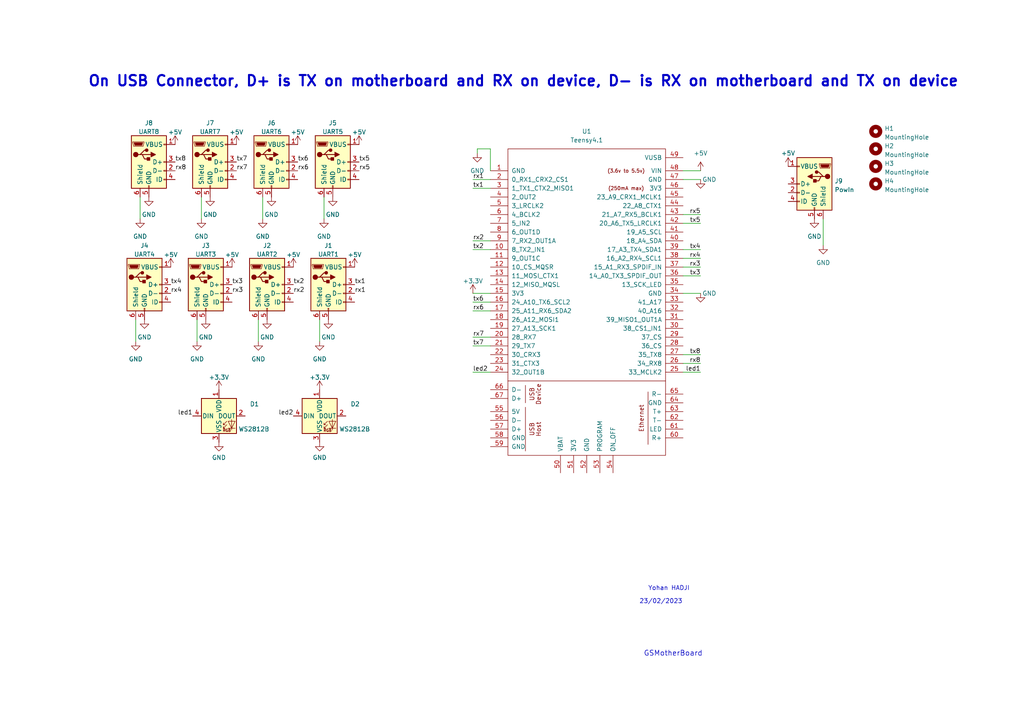
<source format=kicad_sch>
(kicad_sch (version 20211123) (generator eeschema)
  (paper "A4")
  (lib_symbols
    (symbol "Connector:USB_B_Micro" (pin_names (offset 1.016))
      (property "Reference" "J" (at -5.08 11.43 0))
      (property "Value" "USB_B_Micro" (at -5.08 8.89 0))
      (symbol "USB_B_Micro_0_1"
        (rectangle (start -5.08 -7.62) (end 5.08 7.62) (stroke (width 0.254)) (fill (type background)))
        (circle (center -3.81 2.159) (radius 0.635) (stroke (width 0.254)) (fill (type outline)))
        (circle (center -0.635 3.429) (radius 0.381) (stroke (width 0.254)) (fill (type outline)))
        (rectangle (start -0.127 -7.62) (end 0.127 -6.858))
        (polyline (pts (xy -1.905 2.159) (xy 0.635 2.159)) (stroke (width 0.254)))
        (polyline (pts (xy -3.175 2.159) (xy -2.54 2.159) (xy -1.27 3.429) (xy -0.635 3.429)) (stroke (width 0.254)))
        (polyline (pts (xy -2.54 2.159) (xy -1.905 2.159) (xy -1.27 0.889) (xy 0 0.889)) (stroke (width 0.254)))
        (polyline (pts (xy 0.635 2.794) (xy 0.635 1.524) (xy 1.905 2.159) (xy 0.635 2.794)) (stroke (width 0.254)) (fill (type outline)))
        (polyline (pts (xy -4.318 5.588) (xy -1.778 5.588) (xy -2.032 4.826) (xy -4.064 4.826) (xy -4.318 5.588)) (fill (type outline)))
        (polyline (pts (xy -4.699 5.842) (xy -4.699 5.588) (xy -4.445 4.826) (xy -4.445 4.572) (xy -1.651 4.572) (xy -1.651 4.826) (xy -1.397 5.588) (xy -1.397 5.842) (xy -4.699 5.842)))
        (rectangle (start 0.254 1.27) (end -0.508 0.508) (stroke (width 0.254)) (fill (type outline)))
        (rectangle (start 5.08 -5.207) (end 4.318 -4.953))
        (rectangle (start 5.08 -2.667) (end 4.318 -2.413))
        (rectangle (start 5.08 -0.127) (end 4.318 0.127))
        (rectangle (start 5.08 4.953) (end 4.318 5.207))
      )
      (symbol "USB_B_Micro_1_1"
        (pin power_out line (at 7.62 5.08 180) (length 2.54) (name "VBUS") (number "1"))
        (pin bidirectional line (at 7.62 -2.54 180) (length 2.54) (name "D-") (number "2"))
        (pin bidirectional line (at 7.62 0 180) (length 2.54) (name "D+") (number "3"))
        (pin passive line (at 7.62 -5.08 180) (length 2.54) (name "ID") (number "4"))
        (pin power_out line (at 0 -10.16 90) (length 2.54) (name "GND") (number "5"))
        (pin passive line (at -2.54 -10.16 90) (length 2.54) (name "Shield") (number "6"))
      )
    )
    (symbol "LED:WS2812B" (pin_names (offset 0.254))
      (property "Reference" "D" (at 5.08 5.715 0))
      (property "Value" "WS2812B" (at 1.27 -5.715 0))
      (symbol "WS2812B_0_0"
        (text "RGB" (at 2.286 -4.191 0) (effects (font (size 0.762 0.762))))
      )
      (symbol "WS2812B_0_1"
        (polyline (pts (xy 1.27 -3.556) (xy 1.778 -3.556)))
        (polyline (pts (xy 1.27 -2.54) (xy 1.778 -2.54)))
        (polyline (pts (xy 4.699 -3.556) (xy 2.667 -3.556)))
        (polyline (pts (xy 2.286 -2.54) (xy 1.27 -3.556) (xy 1.27 -3.048)))
        (polyline (pts (xy 2.286 -1.524) (xy 1.27 -2.54) (xy 1.27 -2.032)))
        (polyline (pts (xy 3.683 -1.016) (xy 3.683 -3.556) (xy 3.683 -4.064)))
        (polyline (pts (xy 4.699 -1.524) (xy 2.667 -1.524) (xy 3.683 -3.556) (xy 4.699 -1.524)))
        (rectangle (start 5.08 5.08) (end -5.08 -5.08) (stroke (width 0.254)) (fill (type background)))
      )
      (symbol "WS2812B_1_1"
        (pin power_in line (at 0 7.62 270) (length 2.54) (name "VDD") (number "1"))
        (pin output line (at 7.62 0 180) (length 2.54) (name "DOUT") (number "2"))
        (pin power_in line (at 0 -7.62 90) (length 2.54) (name "VSS") (number "3"))
        (pin input line (at -7.62 0 0) (length 2.54) (name "DIN") (number "4"))
      )
    )
    (symbol "Mechanical:MountingHole" (pin_names (offset 1.016))
      (property "Reference" "H" (at 0 5.08 0))
      (property "Value" "MountingHole" (at 0 3.175 0))
      (symbol "MountingHole_0_1"
        (circle (center 0 0) (radius 1.27) (stroke (width 1.27)))
      )
    )
    (symbol "power:+3.3V" (power) (pin_names (offset 0))
      (property "Value" "+3.3V" (at 0 3.556 0))
      (symbol "+3.3V_0_1"
        (polyline (pts (xy -0.762 1.27) (xy 0 2.54)))
        (polyline (pts (xy 0 0) (xy 0 2.54)))
        (polyline (pts (xy 0 2.54) (xy 0.762 1.27)))
      )
      (symbol "+3.3V_1_1"
        (pin power_in line (at 0 0 90) (length 0) hide (name "+3.3V") (number "1"))
      )
    )
    (symbol "power:+5V" (power) (pin_names (offset 0))
      (property "Value" "+5V" (at 0 3.556 0))
      (symbol "+5V_0_1"
        (polyline (pts (xy -0.762 1.27) (xy 0 2.54)))
        (polyline (pts (xy 0 0) (xy 0 2.54)))
        (polyline (pts (xy 0 2.54) (xy 0.762 1.27)))
      )
      (symbol "+5V_1_1"
        (pin power_in line (at 0 0 90) (length 0) hide (name "+5V") (number "1"))
      )
    )
    (symbol "power:GND" (power) (pin_names (offset 0))
      (property "Value" "GND" (at 0 -3.81 0))
      (symbol "GND_0_1"
        (polyline (pts (xy 0 0) (xy 0 -1.27) (xy 1.27 -1.27) (xy 0 -2.54) (xy -1.27 -1.27) (xy 0 -1.27)))
      )
      (symbol "GND_1_1"
        (pin power_in line (at 0 0 270) (length 0) hide (name "GND") (number "1"))
      )
    )
    (symbol "teensy:Teensy4.1" (pin_names (offset 1.016))
      (property "Reference" "U" (at 0 64.77 0))
      (property "Value" "Teensy4.1" (at 0 62.23 0))
      (symbol "Teensy4.1_0_0"
        (polyline (pts (xy -22.86 -6.35) (xy 22.86 -6.35)))
        (polyline (pts (xy -17.78 -26.67) (xy -17.78 -13.97)))
        (polyline (pts (xy -17.78 -7.62) (xy -17.78 -12.7)))
        (polyline (pts (xy 17.78 -9.525) (xy 17.78 -24.765)))
        (text "(250mA max)" (at 11.43 49.53 0) (effects (font (size 1.016 1.016))))
        (text "(3.6v to 5.5v)" (at 11.43 54.61 0) (effects (font (size 1.016 1.016))))
        (text "Device" (at -13.97 -10.16 900) (effects (font (size 1.27 1.27))))
        (text "Ethernet" (at 15.875 -17.145 900) (effects (font (size 1.27 1.27))))
        (text "Host" (at -13.97 -20.32 900) (effects (font (size 1.27 1.27))))
        (text "USB" (at -15.875 -20.32 900) (effects (font (size 1.27 1.27))))
        (text "USB" (at -15.875 -10.16 900) (effects (font (size 1.27 1.27))))
        (pin bidirectional line (at -27.94 31.75 0) (length 5.08) (name "8_TX2_IN1") (number "10"))
        (pin bidirectional line (at -27.94 29.21 0) (length 5.08) (name "9_OUT1C") (number "11"))
        (pin bidirectional line (at -27.94 26.67 0) (length 5.08) (name "10_CS_MQSR") (number "12"))
        (pin bidirectional line (at -27.94 24.13 0) (length 5.08) (name "11_MOSI_CTX1") (number "13"))
        (pin bidirectional line (at -27.94 21.59 0) (length 5.08) (name "12_MISO_MQSL") (number "14"))
        (pin power_in line (at -27.94 19.05 0) (length 5.08) (name "3V3") (number "15"))
        (pin bidirectional line (at -27.94 16.51 0) (length 5.08) (name "24_A10_TX6_SCL2") (number "16"))
        (pin bidirectional line (at -27.94 13.97 0) (length 5.08) (name "25_A11_RX6_SDA2") (number "17"))
        (pin bidirectional line (at -27.94 11.43 0) (length 5.08) (name "26_A12_MOSI1") (number "18"))
        (pin bidirectional line (at -27.94 8.89 0) (length 5.08) (name "27_A13_SCK1") (number "19"))
        (pin bidirectional line (at -27.94 6.35 0) (length 5.08) (name "28_RX7") (number "20"))
        (pin bidirectional line (at -27.94 3.81 0) (length 5.08) (name "29_TX7") (number "21"))
        (pin bidirectional line (at -27.94 1.27 0) (length 5.08) (name "30_CRX3") (number "22"))
        (pin bidirectional line (at -27.94 -1.27 0) (length 5.08) (name "31_CTX3") (number "23"))
        (pin bidirectional line (at -27.94 -3.81 0) (length 5.08) (name "32_OUT1B") (number "24"))
        (pin bidirectional line (at 27.94 -3.81 180) (length 5.08) (name "33_MCLK2") (number "25"))
        (pin bidirectional line (at 27.94 -1.27 180) (length 5.08) (name "34_RX8") (number "26"))
        (pin bidirectional line (at 27.94 1.27 180) (length 5.08) (name "35_TX8") (number "27"))
        (pin bidirectional line (at 27.94 3.81 180) (length 5.08) (name "36_CS") (number "28"))
        (pin bidirectional line (at 27.94 6.35 180) (length 5.08) (name "37_CS") (number "29"))
        (pin bidirectional line (at 27.94 8.89 180) (length 5.08) (name "38_CS1_IN1") (number "30"))
        (pin bidirectional line (at 27.94 11.43 180) (length 5.08) (name "39_MISO1_OUT1A") (number "31"))
        (pin bidirectional line (at 27.94 13.97 180) (length 5.08) (name "40_A16") (number "32"))
        (pin bidirectional line (at 27.94 16.51 180) (length 5.08) (name "41_A17") (number "33"))
        (pin bidirectional line (at 27.94 21.59 180) (length 5.08) (name "13_SCK_LED") (number "35"))
        (pin bidirectional line (at 27.94 24.13 180) (length 5.08) (name "14_A0_TX3_SPDIF_OUT") (number "36"))
        (pin bidirectional line (at 27.94 26.67 180) (length 5.08) (name "15_A1_RX3_SPDIF_IN") (number "37"))
        (pin bidirectional line (at 27.94 29.21 180) (length 5.08) (name "16_A2_RX4_SCL1") (number "38"))
        (pin bidirectional line (at 27.94 31.75 180) (length 5.08) (name "17_A3_TX4_SDA1") (number "39"))
        (pin bidirectional line (at 27.94 34.29 180) (length 5.08) (name "18_A4_SDA") (number "40"))
        (pin bidirectional line (at 27.94 36.83 180) (length 5.08) (name "19_A5_SCL") (number "41"))
        (pin bidirectional line (at 27.94 39.37 180) (length 5.08) (name "20_A6_TX5_LRCLK1") (number "42"))
        (pin bidirectional line (at 27.94 41.91 180) (length 5.08) (name "21_A7_RX5_BCLK1") (number "43"))
        (pin bidirectional line (at 27.94 44.45 180) (length 5.08) (name "22_A8_CTX1") (number "44"))
        (pin bidirectional line (at 27.94 46.99 180) (length 5.08) (name "23_A9_CRX1_MCLK1") (number "45"))
        (pin output line (at 27.94 49.53 180) (length 5.08) (name "3V3") (number "46"))
        (pin output line (at 27.94 52.07 180) (length 5.08) (name "GND") (number "47"))
        (pin power_in line (at 27.94 54.61 180) (length 5.08) (name "VIN") (number "48"))
        (pin power_out line (at 27.94 58.42 180) (length 5.08) (name "VUSB") (number "49"))
        (pin bidirectional line (at -27.94 44.45 0) (length 5.08) (name "3_LRCLK2") (number "5"))
        (pin power_in line (at -7.62 -33.02 90) (length 5.08) (name "VBAT") (number "50"))
        (pin power_in line (at -3.81 -33.02 90) (length 5.08) (name "3V3") (number "51"))
        (pin input line (at 0 -33.02 90) (length 5.08) (name "GND") (number "52"))
        (pin input line (at 3.81 -33.02 90) (length 5.08) (name "PROGRAM") (number "53"))
        (pin input line (at 7.62 -33.02 90) (length 5.08) (name "ON_OFF") (number "54"))
        (pin power_out line (at -27.94 -15.24 0) (length 5.08) (name "5V") (number "55"))
        (pin bidirectional line (at -27.94 -17.78 0) (length 5.08) (name "D-") (number "56"))
        (pin bidirectional line (at -27.94 -20.32 0) (length 5.08) (name "D+") (number "57"))
        (pin power_in line (at -27.94 -22.86 0) (length 5.08) (name "GND") (number "58"))
        (pin power_in line (at -27.94 -25.4 0) (length 5.08) (name "GND") (number "59"))
        (pin bidirectional line (at -27.94 41.91 0) (length 5.08) (name "4_BCLK2") (number "6"))
        (pin bidirectional line (at 27.94 -22.86 180) (length 5.08) (name "R+") (number "60"))
        (pin bidirectional line (at 27.94 -20.32 180) (length 5.08) (name "LED") (number "61"))
        (pin bidirectional line (at 27.94 -17.78 180) (length 5.08) (name "T-") (number "62"))
        (pin bidirectional line (at 27.94 -15.24 180) (length 5.08) (name "T+") (number "63"))
        (pin power_in line (at 27.94 -12.7 180) (length 5.08) (name "GND") (number "64"))
        (pin bidirectional line (at 27.94 -10.16 180) (length 5.08) (name "R-") (number "65"))
        (pin bidirectional line (at -27.94 -8.89 0) (length 5.08) (name "D-") (number "66"))
        (pin bidirectional line (at -27.94 -11.43 0) (length 5.08) (name "D+") (number "67"))
        (pin bidirectional line (at -27.94 39.37 0) (length 5.08) (name "5_IN2") (number "7"))
        (pin bidirectional line (at -27.94 36.83 0) (length 5.08) (name "6_OUT1D") (number "8"))
        (pin bidirectional line (at -27.94 34.29 0) (length 5.08) (name "7_RX2_OUT1A") (number "9"))
      )
      (symbol "Teensy4.1_0_1"
        (rectangle (start -22.86 60.96) (end 22.86 -27.94))
        (rectangle (start -20.32 -1.27) (end -20.32 -1.27))
      )
      (symbol "Teensy4.1_1_1"
        (pin power_in line (at -27.94 54.61 0) (length 5.08) (name "GND") (number "1"))
        (pin bidirectional line (at -27.94 52.07 0) (length 5.08) (name "0_RX1_CRX2_CS1") (number "2"))
        (pin bidirectional line (at -27.94 49.53 0) (length 5.08) (name "1_TX1_CTX2_MISO1") (number "3"))
        (pin power_in line (at 27.94 19.05 180) (length 5.08) (name "GND") (number "34"))
        (pin bidirectional line (at -27.94 46.99 0) (length 5.08) (name "2_OUT2") (number "4"))
      )
    )
  )
  (wire (pts (xy 58.42 63.5) (xy 58.42 57.15)))
  (wire (pts (xy 57.15 99.06) (xy 57.15 92.71)))
  (wire (pts (xy 203.2 72.39) (xy 198.12 72.39)))
  (wire (pts (xy 203.2 80.01) (xy 198.12 80.01)))
  (wire (pts (xy 137.16 100.33) (xy 142.24 100.33)))
  (wire (pts (xy 203.2 74.93) (xy 198.12 74.93)))
  (wire (pts (xy 137.16 87.63) (xy 142.24 87.63)))
  (wire (pts (xy 137.16 85.09) (xy 142.24 85.09)))
  (wire (pts (xy 137.16 52.07) (xy 142.24 52.07)))
  (wire (pts (xy 203.2 77.47) (xy 198.12 77.47)))
  (wire (pts (xy 92.71 99.06) (xy 92.71 92.71)))
  (wire (pts (xy 137.16 72.39) (xy 142.24 72.39)))
  (wire (pts (xy 203.2 62.23) (xy 198.12 62.23)))
  (wire (pts (xy 39.37 99.06) (xy 39.37 92.71)))
  (wire (pts (xy 198.12 52.07) (xy 203.2 52.07)))
  (wire (pts (xy 203.2 102.87) (xy 198.12 102.87)))
  (wire (pts (xy 138.43 43.18) (xy 138.43 44.45)))
  (wire (pts (xy 198.12 49.53) (xy 203.2 49.53)))
  (wire (pts (xy 137.16 107.95) (xy 142.24 107.95)))
  (wire (pts (xy 76.2 63.5) (xy 76.2 57.15)))
  (wire (pts (xy 137.16 90.17) (xy 142.24 90.17)))
  (wire (pts (xy 137.16 54.61) (xy 142.24 54.61)))
  (wire (pts (xy 142.24 49.53) (xy 142.24 43.18)))
  (wire (pts (xy 238.76 63.5) (xy 238.76 71.12)))
  (wire (pts (xy 203.2 107.95) (xy 198.12 107.95)))
  (wire (pts (xy 93.98 63.5) (xy 93.98 57.15)))
  (wire (pts (xy 74.93 99.06) (xy 74.93 92.71)))
  (wire (pts (xy 142.24 43.18) (xy 138.43 43.18)))
  (wire (pts (xy 198.12 85.09) (xy 203.2 85.09)))
  (wire (pts (xy 137.16 97.79) (xy 142.24 97.79)))
  (wire (pts (xy 203.2 105.41) (xy 198.12 105.41)))
  (wire (pts (xy 203.2 64.77) (xy 198.12 64.77)))
  (wire (pts (xy 40.64 63.5) (xy 40.64 57.15)))
  (wire (pts (xy 137.16 69.85) (xy 142.24 69.85)))
  (text "Yohan HADJI" (at 187.96 171.45 0) (effects (font (size 1.27 1.27)) (justify left bottom)))
  (text "23/02/2023" (at 185.42 175.26 0) (effects (font (size 1.27 1.27)) (justify left bottom)))
  (text "On USB Connector, D+ is TX on motherboard and RX on device, D- is RX on motherboard and TX on device\n" (at 25.4 25.4 0) (effects (font (size 3 3) (thickness 0.6) bold) (justify left bottom)))
  (text "GSMotherBoard" (at 186.69 190.5 0) (effects (font (size 1.5 1.5)) (justify left bottom)))
  (label "tx2" (at 85.09 82.55 0))
  (label "led1" (at 203.2 107.95 180))
  (label "tx6" (at 86.36 46.99 0))
  (label "rx6" (at 86.36 49.53 0))
  (label "rx4" (at 203.2 74.93 180))
  (label "tx3" (at 67.31 82.55 0))
  (label "tx3" (at 203.2 80.01 180))
  (label "tx5" (at 104.14 46.99 0))
  (label "rx1" (at 137.16 52.07 0))
  (label "rx6" (at 137.16 90.17 0))
  (label "tx5" (at 203.2 64.77 180))
  (label "rx7" (at 68.58 49.53 0))
  (label "led2" (at 137.16 107.95 0))
  (label "tx1" (at 137.16 54.61 0))
  (label "tx7" (at 137.16 100.33 0))
  (label "rx4" (at 49.53 85.09 0))
  (label "rx8" (at 203.2 105.41 180))
  (label "rx3" (at 203.2 77.47 180))
  (label "rx5" (at 104.14 49.53 0))
  (label "tx6" (at 137.16 87.63 0))
  (label "rx2" (at 85.09 85.09 0))
  (label "rx2" (at 137.16 69.85 0))
  (label "tx4" (at 49.53 82.55 0))
  (label "tx8" (at 50.8 46.99 0))
  (label "led1" (at 55.88 120.65 180))
  (label "rx3" (at 67.31 85.09 0))
  (label "tx4" (at 203.2 72.39 180))
  (label "tx8" (at 203.2 102.87 180))
  (label "tx2" (at 137.16 72.39 0))
  (label "rx8" (at 50.8 49.53 0))
  (label "tx7" (at 68.58 46.99 0))
  (label "rx1" (at 102.87 85.09 0))
  (label "rx7" (at 137.16 97.79 0))
  (label "led2" (at 85.09 120.65 180))
  (label "tx1" (at 102.87 82.55 0))
  (label "rx5" (at 203.2 62.23 180))
  (symbol (lib_id "power:GND") (at 203.2 52.07 0) (unit 1)
    (property "Reference" "#PWR0102" (effects hide))
    (property "Value" "GND" (at 205.74 52.07 0))
  )
  (symbol (lib_id "Connector:USB_B_Micro") (at 59.69 82.55 0) (unit 1)
    (property "Reference" "J3" (at 59.69 71.2302 0))
    (property "Value" "UART3" (at 59.69 73.7671 0))
    (property "Footprint" "Connector_USB:USB_Micro-B_Wuerth_629105150521" (effects hide))
  )
  (symbol (lib_id "Connector:USB_B_Micro") (at 95.25 82.55 0) (unit 1)
    (property "Reference" "J1" (at 95.25 71.2302 0))
    (property "Value" "UART1" (at 95.25 73.7671 0))
    (property "Footprint" "Connector_USB:USB_Micro-B_Wuerth_629105150521" (effects hide))
  )
  (symbol (lib_id "power:+3.3V") (at 63.5 113.03 0) (unit 1)
    (property "Reference" "#PWR0136" (effects hide))
    (property "Value" "+3.3V" (at 63.5 109.4542 0))
  )
  (symbol (lib_id "Mechanical:MountingHole") (at 254 53.34 0) (unit 1)
    (property "Reference" "H4" (at 256.54 52.5053 0) (effects (justify left)))
    (property "Value" "MountingHole" (at 256.54 55.0422 0) (effects (justify left)))
    (property "Footprint" "MountingHole:MountingHole_3.2mm_M3" (effects hide))
  )
  (symbol (lib_id "Connector:USB_B_Micro") (at 96.52 46.99 0) (unit 1)
    (property "Reference" "J5" (at 96.52 35.6702 0))
    (property "Value" "UART5" (at 96.52 38.2071 0))
    (property "Footprint" "Connector_USB:USB_Micro-B_Wuerth_629105150521" (effects hide))
  )
  (symbol (lib_id "power:+5V") (at 104.14 41.91 0) (unit 1)
    (property "Reference" "#PWR0129" (effects hide))
    (property "Value" "+5V" (at 104.14 38.3342 0))
  )
  (symbol (lib_id "teensy:Teensy4.1") (at 170.18 104.14 0) (unit 1)
    (property "Reference" "U1" (at 170.18 38.1 0))
    (property "Value" "Teensy4.1" (at 170.18 40.64 0))
    (property "Footprint" "teensy:Teensy41" (effects hide))
  )
  (symbol (lib_id "Connector:USB_B_Micro") (at 236.22 53.34 0) (mirror y) (unit 1)
    (property "Reference" "J9" (at 242.062 52.5053 0) (effects (justify right)))
    (property "Value" "PowIn" (at 242.062 55.0422 0) (effects (justify right)))
    (property "Footprint" "Connector_USB:USB_Micro-B_Wuerth_629105150521" (effects hide))
  )
  (symbol (lib_id "power:+5V") (at 49.53 77.47 0) (unit 1)
    (property "Reference" "#PWR0114" (effects hide))
    (property "Value" "+5V" (at 49.53 73.8942 0))
  )
  (symbol (lib_id "power:GND") (at 92.71 99.06 0) (unit 1)
    (property "Reference" "#PWR0120" (effects hide))
    (property "Value" "GND" (at 92.71 104.14 0))
  )
  (symbol (lib_id "Mechanical:MountingHole") (at 254 43.18 0) (unit 1)
    (property "Reference" "H2" (at 256.54 42.3453 0) (effects (justify left)))
    (property "Value" "MountingHole" (at 256.54 44.8822 0) (effects (justify left)))
    (property "Footprint" "MountingHole:MountingHole_3.2mm_M3" (effects hide))
  )
  (symbol (lib_id "power:GND") (at 92.71 128.27 0) (unit 1)
    (property "Reference" "#PWR0132" (effects hide))
    (property "Value" "GND" (at 92.71 132.7134 0))
  )
  (symbol (lib_id "Connector:USB_B_Micro") (at 43.18 46.99 0) (unit 1)
    (property "Reference" "J8" (at 43.18 35.6702 0))
    (property "Value" "UART8" (at 43.18 38.2071 0))
    (property "Footprint" "Connector_USB:USB_Micro-B_Wuerth_629105150521" (effects hide))
  )
  (symbol (lib_id "power:GND") (at 58.42 63.5 0) (unit 1)
    (property "Reference" "#PWR0119" (effects hide))
    (property "Value" "GND" (at 58.42 68.58 0))
  )
  (symbol (lib_id "power:+5V") (at 85.09 77.47 0) (unit 1)
    (property "Reference" "#PWR0131" (effects hide))
    (property "Value" "+5V" (at 85.09 73.8942 0))
  )
  (symbol (lib_id "power:GND") (at 63.5 128.27 0) (unit 1)
    (property "Reference" "#PWR0134" (effects hide))
    (property "Value" "GND" (at 63.5 132.7134 0))
  )
  (symbol (lib_id "power:GND") (at 236.22 63.5 0) (unit 1)
    (property "Reference" "#PWR0106" (effects hide))
    (property "Value" "GND" (at 236.22 68.58 0))
  )
  (symbol (lib_id "power:+5V") (at 67.31 77.47 0) (unit 1)
    (property "Reference" "#PWR0117" (effects hide))
    (property "Value" "+5V" (at 67.31 73.8942 0))
  )
  (symbol (lib_id "Connector:USB_B_Micro") (at 77.47 82.55 0) (unit 1)
    (property "Reference" "J2" (at 77.47 71.2302 0))
    (property "Value" "UART2" (at 77.47 73.7671 0))
    (property "Footprint" "Connector_USB:USB_Micro-B_Wuerth_629105150521" (effects hide))
  )
  (symbol (lib_id "power:GND") (at 78.74 57.15 0) (unit 1)
    (property "Reference" "#PWR0126" (effects hide))
    (property "Value" "GND" (at 78.74 62.23 0))
  )
  (symbol (lib_id "power:+5V") (at 50.8 41.91 0) (unit 1)
    (property "Reference" "#PWR0108" (effects hide))
    (property "Value" "+5V" (at 50.8 38.3342 0))
  )
  (symbol (lib_id "power:GND") (at 93.98 63.5 0) (unit 1)
    (property "Reference" "#PWR0124" (effects hide))
    (property "Value" "GND" (at 93.98 68.58 0))
  )
  (symbol (lib_id "power:+5V") (at 86.36 41.91 0) (unit 1)
    (property "Reference" "#PWR0127" (effects hide))
    (property "Value" "+5V" (at 86.36 38.3342 0))
  )
  (symbol (lib_id "Mechanical:MountingHole") (at 254 38.1 0) (unit 1)
    (property "Reference" "H1" (at 256.54 37.2653 0) (effects (justify left)))
    (property "Value" "MountingHole" (at 256.54 39.8022 0) (effects (justify left)))
    (property "Footprint" "MountingHole:MountingHole_3.2mm_M3" (effects hide))
  )
  (symbol (lib_id "power:GND") (at 203.2 85.09 0) (unit 1)
    (property "Reference" "#PWR0101" (effects hide))
    (property "Value" "GND" (at 205.74 85.09 0))
  )
  (symbol (lib_id "power:GND") (at 138.43 44.45 0) (unit 1)
    (property "Reference" "#PWR0104" (effects hide))
    (property "Value" "GND" (at 138.43 49.53 0))
  )
  (symbol (lib_id "power:GND") (at 57.15 99.06 0) (unit 1)
    (property "Reference" "#PWR0113" (effects hide))
    (property "Value" "GND" (at 57.15 104.14 0))
  )
  (symbol (lib_id "power:GND") (at 77.47 92.71 0) (unit 1)
    (property "Reference" "#PWR0121" (effects hide))
    (property "Value" "GND" (at 77.47 97.79 0))
  )
  (symbol (lib_id "Connector:USB_B_Micro") (at 78.74 46.99 0) (unit 1)
    (property "Reference" "J6" (at 78.74 35.6702 0))
    (property "Value" "UART6" (at 78.74 38.2071 0))
    (property "Footprint" "Connector_USB:USB_Micro-B_Wuerth_629105150521" (effects hide))
  )
  (symbol (lib_id "Connector:USB_B_Micro") (at 41.91 82.55 0) (unit 1)
    (property "Reference" "J4" (at 41.91 71.2302 0))
    (property "Value" "UART4" (at 41.91 73.7671 0))
    (property "Footprint" "Connector_USB:USB_Micro-B_Wuerth_629105150521" (effects hide))
  )
  (symbol (lib_id "power:GND") (at 41.91 92.71 0) (unit 1)
    (property "Reference" "#PWR0112" (effects hide))
    (property "Value" "GND" (at 41.91 97.79 0))
  )
  (symbol (lib_id "power:+5V") (at 203.2 49.53 0) (unit 1)
    (property "Reference" "#PWR0103" (effects hide))
    (property "Value" "+5V" (at 203.2 44.45 0))
  )
  (symbol (lib_id "power:GND") (at 76.2 63.5 0) (unit 1)
    (property "Reference" "#PWR0130" (effects hide))
    (property "Value" "GND" (at 76.2 68.58 0))
  )
  (symbol (lib_id "power:+5V") (at 68.58 41.91 0) (unit 1)
    (property "Reference" "#PWR0109" (effects hide))
    (property "Value" "+5V" (at 68.58 38.3342 0))
  )
  (symbol (lib_id "power:GND") (at 39.37 99.06 0) (unit 1)
    (property "Reference" "#PWR0110" (effects hide))
    (property "Value" "GND" (at 39.37 104.14 0))
  )
  (symbol (lib_id "power:GND") (at 238.76 71.12 0) (unit 1)
    (property "Reference" "#PWR0107" (effects hide))
    (property "Value" "GND" (at 238.76 76.2 0))
  )
  (symbol (lib_id "power:GND") (at 96.52 57.15 0) (unit 1)
    (property "Reference" "#PWR0128" (effects hide))
    (property "Value" "GND" (at 96.52 62.23 0))
  )
  (symbol (lib_id "power:GND") (at 95.25 92.71 0) (unit 1)
    (property "Reference" "#PWR0123" (effects hide))
    (property "Value" "GND" (at 95.25 97.79 0))
  )
  (symbol (lib_id "Connector:USB_B_Micro") (at 60.96 46.99 0) (unit 1)
    (property "Reference" "J7" (at 60.96 35.6702 0))
    (property "Value" "UART7" (at 60.96 38.2071 0))
    (property "Footprint" "Connector_USB:USB_Micro-B_Wuerth_629105150521" (effects hide))
  )
  (symbol (lib_id "LED:WS2812B") (at 63.5 120.65 0) (unit 1)
    (property "Reference" "D1" (at 73.8059 117.1916 0))
    (property "Value" "WS2812B" (at 73.66 124.46 0))
    (property "Footprint" "LED_SMD:LED_WS2812B_PLCC4_5.0x5.0mm_P3.2mm" (effects hide))
    (property "Datasheet" "https://cdn-shop.adafruit.com/datasheets/WS2812B.pdf" (effects hide))
  )
  (symbol (lib_id "power:+5V") (at 228.6 48.26 0) (unit 1)
    (property "Reference" "#PWR0105" (effects hide))
    (property "Value" "+5V" (at 228.6 44.45 0))
  )
  (symbol (lib_id "power:+3.3V") (at 137.16 85.09 0) (unit 1)
    (property "Reference" "#PWR0138" (effects hide))
    (property "Value" "+3.3V" (at 137.16 81.5142 0))
  )
  (symbol (lib_id "power:GND") (at 43.18 57.15 0) (unit 1)
    (property "Reference" "#PWR0116" (effects hide))
    (property "Value" "GND" (at 43.18 62.23 0))
  )
  (symbol (lib_id "power:GND") (at 74.93 99.06 0) (unit 1)
    (property "Reference" "#PWR0122" (effects hide))
    (property "Value" "GND" (at 74.93 104.14 0))
  )
  (symbol (lib_id "Mechanical:MountingHole") (at 254 48.26 0) (unit 1)
    (property "Reference" "H3" (at 256.54 47.4253 0) (effects (justify left)))
    (property "Value" "MountingHole" (at 256.54 49.9622 0) (effects (justify left)))
    (property "Footprint" "MountingHole:MountingHole_3.2mm_M3" (effects hide))
  )
  (symbol (lib_id "power:GND") (at 40.64 63.5 0) (unit 1)
    (property "Reference" "#PWR0115" (effects hide))
    (property "Value" "GND" (at 40.64 68.58 0))
  )
  (symbol (lib_id "power:GND") (at 60.96 57.15 0) (unit 1)
    (property "Reference" "#PWR0118" (effects hide))
    (property "Value" "GND" (at 60.96 62.23 0))
  )
  (symbol (lib_id "LED:WS2812B") (at 92.71 120.65 0) (unit 1)
    (property "Reference" "D2" (at 103.0159 117.1916 0))
    (property "Value" "WS2812B" (at 102.87 124.46 0))
    (property "Footprint" "LED_SMD:LED_WS2812B_PLCC4_5.0x5.0mm_P3.2mm" (effects hide))
    (property "Datasheet" "https://cdn-shop.adafruit.com/datasheets/WS2812B.pdf" (effects hide))
  )
  (symbol (lib_id "power:+5V") (at 102.87 77.47 0) (unit 1)
    (property "Reference" "#PWR0125" (effects hide))
    (property "Value" "+5V" (at 102.87 73.8942 0))
  )
  (symbol (lib_id "power:GND") (at 59.69 92.71 0) (unit 1)
    (property "Reference" "#PWR0111" (effects hide))
    (property "Value" "GND" (at 59.69 97.79 0))
  )
  (symbol (lib_id "power:+3.3V") (at 92.71 113.03 0) (unit 1)
    (property "Reference" "#PWR0135" (effects hide))
    (property "Value" "+3.3V" (at 92.71 109.4542 0))
  )
)
</source>
